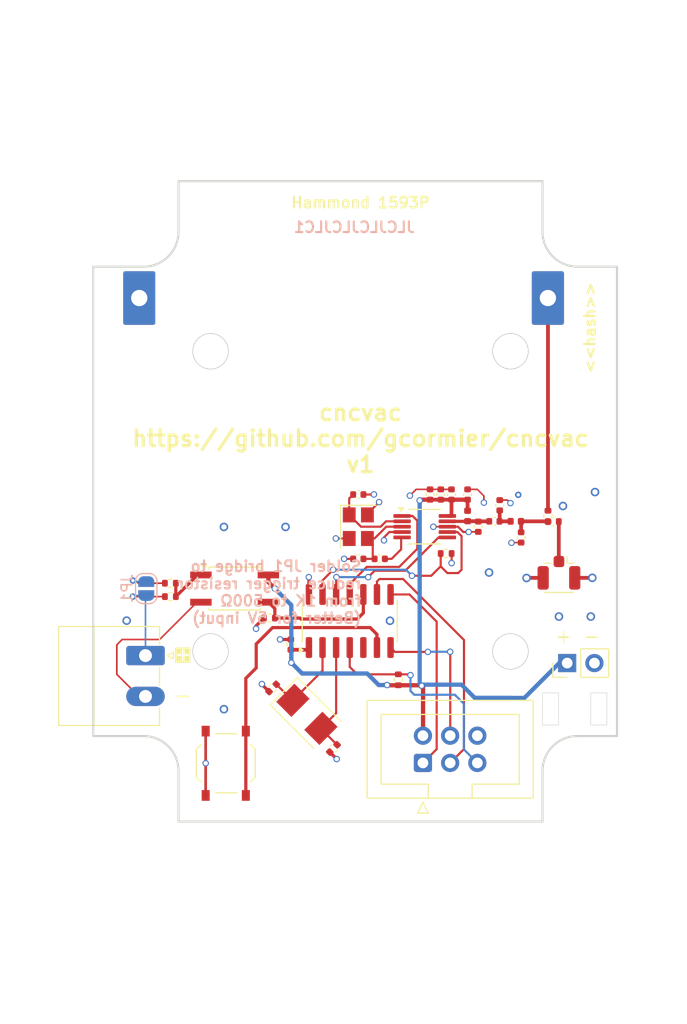
<source format=kicad_pcb>
(kicad_pcb (version 20240108) (generator "pcbnew") (generator_version "8.0")
  (layers (0 "F.Cu" signal) (1 "In1.Cu" signal) (2 "In2.Cu" signal) (31 "B.Cu" signal) (34 "B.Paste" user) (35 "F.Paste" user) (36 "B.SilkS" user "B.Silkscreen") (37 "F.SilkS" user "F.Silkscreen") (38 "B.Mask" user) (39 "F.Mask" user) (44 "Edge.Cuts" user))
  (net 0 "")
  (net 1 "VDD")
  (net 2 "Net-(C14-Pad1)")
  (net 3 "Net-(U1-XTAL1{slash}PB0)")
  (net 4 "Net-(U2-PAOUT)")
  (net 5 "/MISO")
  (net 6 "/SCK")
  (net 7 "/MOSI")
  (net 8 "/RST")
  (net 9 "/EN")
  (net 10 "/ASK")
  (net 11 "/FSK")
  (net 12 "Net-(U1-XTAL2{slash}PB1)")
  (net 13 "Net-(U2-XTLIN)")
  (net 14 "Net-(U2-XTLOUT)")
  (net 15 "Net-(U2-XTAL_MOD)")
  (net 16 "Net-(SW1-A)")
  (net 18 "GND")
  (net 19 "/TRIG+")
  (net 20 "/TRIG-")
  (net 21 "/EXT_TRIG")
  (net 22 "Net-(R4-Pad1)")
  (net 24 "Net-(AE1-Pad2)")
  (net 25 "Net-(JP1-A)")
  (net 26 "Net-(C7-Pad1)")
  (net 27 "Net-(J3-In)")
  (footprint "Connector_PinHeader_2.54mm:PinHeader_1x02_P2.54mm_Vertical" (layer "F.Cu") (at 77.820558 83.01833 90)
    (property "Reference" "BT1" (hide yes))
    (property "Value" "Battery")
    (pad "1" thru_hole rect (at 0 0 90) (size 1.7 1.7) (drill 1) (layers "*.Cu" "*.Mask") (net 1 "VDD"))
    (pad "2" thru_hole oval (at 0 2.54 90) (size 1.7 1.7) (drill 1) (layers "*.Cu" "*.Mask") (net 18 "GND"))
  )
  (footprint "Capacitor_SMD:C_0402_1005Metric" (layer "F.Cu") (at 58.319314 73.298131 180)
    (property "Reference" "C9" (hide yes))
    (property "Value" "18pF")
    (pad "1" smd roundrect (at -0.48 0 180) (size 0.56 0.62) (layers "F.Cu" "F.Paste" "F.Mask") (net 14 "Net-(U2-XTLOUT)"))
    (pad "2" smd roundrect (at 0.48 0 180) (size 0.56 0.62) (layers "F.Cu" "F.Paste" "F.Mask") (net 18 "GND"))
  )
  (footprint "Capacitor_SMD:C_0402_1005Metric" (layer "F.Cu") (at 68.519314 67.298131 90)
    (property "Reference" "C12" (hide yes))
    (property "Value" "DNP")
    (pad "1" smd roundrect (at -0.48 0 90) (size 0.56 0.62) (layers "F.Cu" "F.Paste" "F.Mask") (net 1 "VDD"))
    (pad "2" smd roundrect (at 0.48 0 90) (size 0.56 0.62) (layers "F.Cu" "F.Paste" "F.Mask") (net 18 "GND"))
  )
  (footprint "Capacitor_SMD:C_0402_1005Metric" (layer "F.Cu") (at 69.519314 70.298131 -90)
    (property "Reference" "C11" (hide yes))
    (property "Value" "DNP")
    (pad "1" smd roundrect (at -0.48 0 270) (size 0.56 0.62) (layers "F.Cu" "F.Paste" "F.Mask") (net 4 "Net-(U2-PAOUT)"))
    (pad "2" smd roundrect (at 0.48 0 270) (size 0.56 0.62) (layers "F.Cu" "F.Paste" "F.Mask") (net 18 "GND"))
  )
  (footprint "Capacitor_SMD:C_0402_1005Metric" (layer "F.Cu") (at 71.019314 69.798131 180)
    (property "Reference" "C5" (hide yes))
    (property "Value" "10pF")
    (pad "1" smd roundrect (at -0.48 0 180) (size 0.56 0.62) (layers "F.Cu" "F.Paste" "F.Mask") (net 2 "Net-(C14-Pad1)"))
    (pad "2" smd roundrect (at 0.48 0 180) (size 0.56 0.62) (layers "F.Cu" "F.Paste" "F.Mask") (net 4 "Net-(U2-PAOUT)"))
  )
  (footprint "Capacitor_SMD:C_0402_1005Metric" (layer "F.Cu") (at 66.019314 67.298131 90)
    (property "Reference" "C10" (hide yes))
    (property "Value" "0.1uF 50V")
    (pad "1" smd roundrect (at -0.48 0 90) (size 0.56 0.62) (layers "F.Cu" "F.Paste" "F.Mask") (net 1 "VDD"))
    (pad "2" smd roundrect (at 0.48 0 90) (size 0.56 0.62) (layers "F.Cu" "F.Paste" "F.Mask") (net 18 "GND"))
  )
  (footprint "Inductor_SMD:L_0402_1005Metric" (layer "F.Cu") (at 68.519314 69.298131 90)
    (property "Reference" "L1" (hide yes))
    (property "Value" "470nH")
    (pad "1" smd roundrect (at -0.485 0 90) (size 0.59 0.64) (layers "F.Cu" "F.Paste" "F.Mask") (net 4 "Net-(U2-PAOUT)"))
    (pad "2" smd roundrect (at 0.485 0 90) (size 0.59 0.64) (layers "F.Cu" "F.Paste" "F.Mask") (net 1 "VDD"))
  )
  (footprint "Inductor_SMD:L_0402_1005Metric" (layer "F.Cu") (at 73.019314 69.798131)
    (property "Reference" "L2" (hide yes))
    (property "Value" "82nH")
    (pad "1" smd roundrect (at -0.485 0) (size 0.59 0.64) (layers "F.Cu" "F.Paste" "F.Mask") (net 2 "Net-(C14-Pad1)"))
    (pad "2" smd roundrect (at 0.485 0) (size 0.59 0.64) (layers "F.Cu" "F.Paste" "F.Mask") (net 26 "Net-(C7-Pad1)"))
  )
  (footprint "Package_SO:MSOP-10_3x3mm_P0.5mm" (layer "F.Cu") (at 64.519314 70.298131)
    (property "Reference" "U2" (hide yes))
    (property "Value" "MICRF112YMM")
    (pad "1" smd roundrect (at -2.1125 -1) (size 1.625 0.35) (layers "F.Cu" "F.Paste" "F.Mask") (net 10 "/ASK"))
    (pad "2" smd roundrect (at -2.1125 -0.5) (size 1.625 0.35) (layers "F.Cu" "F.Paste" "F.Mask") (net 13 "Net-(U2-XTLIN)"))
    (pad "3" smd roundrect (at -2.1125 0) (size 1.625 0.35) (layers "F.Cu" "F.Paste" "F.Mask") (net 14 "Net-(U2-XTLOUT)"))
    (pad "4" smd roundrect (at -2.1125 0.5) (size 1.625 0.35) (layers "F.Cu" "F.Paste" "F.Mask") (net 18 "GND"))
    (pad "5" smd roundrect (at -2.1125 1) (size 1.625 0.35) (layers "F.Cu" "F.Paste" "F.Mask") (net 15 "Net-(U2-XTAL_MOD)"))
    (pad "6" smd roundrect (at 2.1125 1) (size 1.625 0.35) (layers "F.Cu" "F.Paste" "F.Mask") (net 11 "/FSK"))
    (pad "7" smd roundrect (at 2.1125 0.5) (size 1.625 0.35) (layers "F.Cu" "F.Paste" "F.Mask") (net 9 "/EN"))
    (pad "8" smd roundrect (at 2.1125 0) (size 1.625 0.35) (layers "F.Cu" "F.Paste" "F.Mask") (net 18 "GND"))
    (pad "9" smd roundrect (at 2.1125 -0.5) (size 1.625 0.35) (layers "F.Cu" "F.Paste" "F.Mask") (net 4 "Net-(U2-PAOUT)"))
    (pad "10" smd roundrect (at 2.1125 -1) (size 1.625 0.35) (layers "F.Cu" "F.Paste" "F.Mask") (net 1 "VDD"))
  )
  (footprint "Resistor_SMD:R_0402_1005Metric" (layer "F.Cu") (at 66.519314 72.798131)
    (property "Reference" "R2" (hide yes))
    (property "Value" "100k")
    (pad "1" smd roundrect (at -0.51 0) (size 0.54 0.64) (layers "F.Cu" "F.Paste" "F.Mask") (net 9 "/EN"))
    (pad "2" smd roundrect (at 0.51 0) (size 0.54 0.64) (layers "F.Cu" "F.Paste" "F.Mask") (net 18 "GND"))
  )
  (footprint "Crystal:Crystal_SMD_3225-4Pin_3.2x2.5mm" (layer "F.Cu") (at 58.319314 70.298131 -90)
    (property "Reference" "Y1" (hide yes))
    (property "Value" "13.56MHz")
    (pad "1" smd rect (at -1.1 0.85 270) (size 1.4 1.2) (layers "F.Cu" "F.Paste" "F.Mask") (net 13 "Net-(U2-XTLIN)"))
    (pad "2" smd rect (at 1.1 0.85 270) (size 1.4 1.2) (layers "F.Cu" "F.Paste" "F.Mask") (net 18 "GND"))
    (pad "3" smd rect (at 1.1 -0.85 270) (size 1.4 1.2) (layers "F.Cu" "F.Paste" "F.Mask") (net 14 "Net-(U2-XTLOUT)"))
    (pad "4" smd rect (at -1.1 -0.85 270) (size 1.4 1.2) (layers "F.Cu" "F.Paste" "F.Mask") (net 18 "GND"))
  )
  (footprint "Capacitor_SMD:C_0402_1005Metric" (layer "F.Cu") (at 73.519314 71.298131 -90)
    (property "Reference" "C7" (hide yes))
    (property "Value" "6.8pF")
    (pad "1" smd roundrect (at -0.48 0 270) (size 0.56 0.62) (layers "F.Cu" "F.Paste" "F.Mask") (net 26 "Net-(C7-Pad1)"))
    (pad "2" smd roundrect (at 0.48 0 270) (size 0.56 0.62) (layers "F.Cu" "F.Paste" "F.Mask") (net 18 "GND"))
  )
  (footprint "Button_Switch_SMD:SW_Push_1P1T_XKB_TS-1187A" (layer "F.Cu") (at 45.944314 92.364377 -90)
    (property "Reference" "SW1" (hide yes))
    (property "Value" "SW_SPST")
    (pad "1" smd rect (at -3 -1.875 270) (size 1 0.75) (layers "F.Cu" "F.Paste" "F.Mask") (net 16 "Net-(SW1-A)"))
    (pad "1" smd rect (at 3 -1.875 270) (size 1 0.75) (layers "F.Cu" "F.Paste" "F.Mask") (net 16 "Net-(SW1-A)"))
    (pad "2" smd rect (at -3 1.875 270) (size 1 0.75) (layers "F.Cu" "F.Paste" "F.Mask") (net 18 "GND"))
    (pad "2" smd rect (at 3 1.875 270) (size 1 0.75) (layers "F.Cu" "F.Paste" "F.Mask") (net 18 "GND"))
  )
  (footprint "Crystal:Crystal_SMD_5032-2Pin_5.0x3.2mm" (layer "F.Cu") (at 53.519314 87.798131 -45)
    (property "Reference" "Y2" (hide yes))
    (property "Value" "8MHz")
    (pad "1" smd rect (at -1.850001 0 315) (size 2 2.4) (layers "F.Cu" "F.Paste" "F.Mask") (net 3 "Net-(U1-XTAL1{slash}PB0)"))
    (pad "2" smd rect (at 1.850001 0 315) (size 2 2.4) (layers "F.Cu" "F.Paste" "F.Mask") (net 12 "Net-(U1-XTAL2{slash}PB1)"))
  )
  (footprint "cncvac:ANT-433-HETH" (layer "F.Cu") (at 56.944314 49.019377)
    (property "Reference" "AE1" (hide yes))
    (property "Value" "ANTENNA")
    (pad "1" thru_hole roundrect (at -19.075 -0.05) (size 3 5) (drill 1.52) (layers "*.Cu" "*.Mask") (roundrect_rratio 0.0656167979))
    (pad "2" thru_hole roundrect (at 19.075 -0.05) (size 3 5) (drill 1.52) (layers "*.Cu" "*.Mask") (roundrect_rratio 0.0656167979) (net 24 "Net-(AE1-Pad2)"))
  )
  (footprint "Connector_IDC:IDC-Header_2x03_P2.54mm_Vertical" (layer "F.Cu") (at 64.353504 92.331135 90)
    (property "Reference" "J1" (hide yes))
    (property "Value" "AVR-ISP-6")
    (pad "1" thru_hole roundrect (at 0 0 90) (size 1.7 1.7) (drill 1) (layers "*.Cu" "*.Mask") (roundrect_rratio 0.147059) (net 5 "/MISO"))
    (pad "2" thru_hole circle (at 2.54 0 90) (size 1.7 1.7) (drill 1) (layers "*.Cu" "*.Mask") (net 1 "VDD"))
    (pad "3" thru_hole circle (at 0 2.54 90) (size 1.7 1.7) (drill 1) (layers "*.Cu" "*.Mask") (net 6 "/SCK"))
    (pad "4" thru_hole circle (at 2.54 2.54 90) (size 1.7 1.7) (drill 1) (layers "*.Cu" "*.Mask") (net 7 "/MOSI"))
    (pad "5" thru_hole circle (at 0 5.08 90) (size 1.7 1.7) (drill 1) (layers "*.Cu" "*.Mask") (net 8 "/RST"))
    (pad "6" thru_hole circle (at 2.54 5.08 90) (size 1.7 1.7) (drill 1) (layers "*.Cu" "*.Mask") (net 18 "GND"))
  )
  (footprint "MountingHole:MountingHole_3.2mm_M3" (layer "F.Cu") (at 44.524648 81.933754 180)
    (property "Reference" "H3" (hide yes))
    (property "Value" "MountingHole")
    (pad "" np_thru_hole circle (at 0 0 180) (size 3.2 3.2) (drill 3.2) (layers "*.Cu" "*.Mask"))
  )
  (footprint "Resistor_SMD:R_0402_1005Metric" (layer "F.Cu") (at 40.774648 75.569377 180)
    (property "Reference" "R5" (hide yes))
    (property "Value" "1k")
    (pad "1" smd roundrect (at -0.51 0 180) (size 0.54 0.64) (layers "F.Cu" "F.Paste" "F.Mask") (net 22 "Net-(R4-Pad1)"))
    (pad "2" smd roundrect (at 0.51 0 180) (size 0.54 0.64) (layers "F.Cu" "F.Paste" "F.Mask") (net 25 "Net-(JP1-A)"))
  )
  (footprint "MountingHole:MountingHole_3.2mm_M3" (layer "F.Cu") (at 72.524648 53.933754 180)
    (property "Reference" "H1" (hide yes))
    (property "Value" "MountingHole")
    (pad "" np_thru_hole circle (at 0 0 180) (size 3.2 3.2) (drill 3.2) (layers "*.Cu" "*.Mask"))
  )
  (footprint "Resistor_SMD:R_0402_1005Metric" (layer "F.Cu") (at 50.019314 78.819377 180)
    (property "Reference" "R3" (hide yes))
    (property "Value" "100k")
    (pad "1" smd roundrect (at -0.51 0 180) (size 0.54 0.64) (layers "F.Cu" "F.Paste" "F.Mask") (net 21 "/EXT_TRIG"))
    (pad "2" smd roundrect (at 0.51 0 180) (size 0.54 0.64) (layers "F.Cu" "F.Paste" "F.Mask") (net 18 "GND"))
  )
  (footprint "Capacitor_SMD:C_0402_1005Metric" (layer "F.Cu") (at 65.019314 67.298131 90)
    (property "Reference" "C1" (hide yes))
    (property "Value" "10uF 6.3V")
    (pad "1" smd roundrect (at -0.48 0 90) (size 0.56 0.62) (layers "F.Cu" "F.Paste" "F.Mask") (net 1 "VDD"))
    (pad "2" smd roundrect (at 0.48 0 90) (size 0.56 0.62) (layers "F.Cu" "F.Paste" "F.Mask") (net 18 "GND"))
  )
  (footprint "Connector_Phoenix_MC:PhoenixContact_MC_1,5_2-G-3.81_1x02_P3.81mm_Horizontal" (layer "F.Cu") (at 38.451814 82.319377 -90)
    (property "Reference" "J2" (hide yes))
    (property "Value" "TRIG")
    (pad "1" thru_hole roundrect (at 0 0 270) (size 1.8 3.6) (drill 1.2) (layers "*.Cu" "*.Mask") (roundrect_rratio 0.138889) (net 19 "/TRIG+"))
    (pad "2" thru_hole oval (at 3.81 0 270) (size 1.8 3.6) (drill 1.2) (layers "*.Cu" "*.Mask") (net 20 "/TRIG-"))
  )
  (footprint "Package_SO:SO-4_4.4x3.6mm_P2.54mm" (layer "F.Cu") (at 46.774648 76.069377)
    (property "Reference" "U3" (hide yes))
    (property "Value" "LTV-357T")
    (pad "1" smd rect (at -3.15 -1.27) (size 2 0.64) (layers "F.Cu" "F.Paste" "F.Mask") (net 22 "Net-(R4-Pad1)"))
    (pad "2" smd rect (at -3.15 1.27) (size 2 0.64) (layers "F.Cu" "F.Paste" "F.Mask") (net 20 "/TRIG-"))
    (pad "3" smd rect (at 3.15 1.27) (size 2 0.64) (layers "F.Cu" "F.Paste" "F.Mask") (net 21 "/EXT_TRIG"))
    (pad "4" smd rect (at 3.15 -1.27) (size 2 0.64) (layers "F.Cu" "F.Paste" "F.Mask") (net 1 "VDD"))
  )
  (footprint "Capacitor_SMD:C_0402_1005Metric" (layer "F.Cu") (at 55.994188 90.980111 -135)
    (property "Reference" "C6" (hide yes))
    (property "Value" "22pF")
    (pad "1" smd roundrect (at -0.48 0 225) (size 0.56 0.62) (layers "F.Cu" "F.Paste" "F.Mask") (net 12 "Net-(U1-XTAL2{slash}PB1)"))
    (pad "2" smd roundrect (at 0.48 0 225) (size 0.56 0.62) (layers "F.Cu" "F.Paste" "F.Mask") (net 18 "GND"))
  )
  (footprint "Capacitor_SMD:C_0402_1005Metric" (layer "F.Cu") (at 58.319314 67.298131)
    (property "Reference" "C8" (hide yes))
    (property "Value" "18pF")
    (pad "1" smd roundrect (at -0.48 0) (size 0.56 0.62) (layers "F.Cu" "F.Paste" "F.Mask") (net 13 "Net-(U2-XTLIN)"))
    (pad "2" smd roundrect (at 0.48 0) (size 0.56 0.62) (layers "F.Cu" "F.Paste" "F.Mask") (net 18 "GND"))
  )
  (footprint "Resistor_SMD:R_0402_1005Metric" (layer "F.Cu") (at 76.524648 69.819377)
    (property "Reference" "R7" (hide yes))
    (property "Value" "0")
    (pad "1" smd roundrect (at -0.51 0) (size 0.54 0.64) (layers "F.Cu" "F.Paste" "F.Mask") (net 26 "Net-(C7-Pad1)"))
    (pad "2" smd roundrect (at 0.51 0) (size 0.54 0.64) (layers "F.Cu" "F.Paste" "F.Mask") (net 27 "Net-(J3-In)"))
  )
  (footprint "Resistor_SMD:R_0402_1005Metric" (layer "F.Cu") (at 62.051013 84.579648 -90)
    (property "Reference" "R1" (hide yes))
    (property "Value" "100k")
    (pad "1" smd roundrect (at -0.51 0 270) (size 0.54 0.64) (layers "F.Cu" "F.Paste" "F.Mask") (net 8 "/RST"))
    (pad "2" smd roundrect (at 0.51 0 270) (size 0.54 0.64) (layers "F.Cu" "F.Paste" "F.Mask") (net 1 "VDD"))
  )
  (footprint "Capacitor_SMD:C_0402_1005Metric" (layer "F.Cu") (at 60.319314 73.298131)
    (property "Reference" "C13" (hide yes))
    (property "Value" "10pF")
    (pad "1" smd roundrect (at -0.48 0) (size 0.56 0.62) (layers "F.Cu" "F.Paste" "F.Mask") (net 14 "Net-(U2-XTLOUT)"))
    (pad "2" smd roundrect (at 0.48 0) (size 0.56 0.62) (layers "F.Cu" "F.Paste" "F.Mask") (net 15 "Net-(U2-XTAL_MOD)"))
  )
  (footprint "Package_SO:SOIC-14_3.9x8.7mm_P1.27mm" (layer "F.Cu") (at 57.519314 79.094377 90)
    (property "Reference" "U1" (hide yes))
    (property "Value" "ATtiny841-SS")
    (pad "1" smd roundrect (at -2.475 -3.81 90) (size 1.95 0.6) (layers "F.Cu" "F.Paste" "F.Mask") (net 1 "VDD"))
    (pad "2" smd roundrect (at -2.475 -2.54 90) (size 1.95 0.6) (layers "F.Cu" "F.Paste" "F.Mask") (net 3 "Net-(U1-XTAL1{slash}PB0)"))
    (pad "3" smd roundrect (at -2.475 -1.27 90) (size 1.95 0.6) (layers "F.Cu" "F.Paste" "F.Mask") (net 12 "Net-(U1-XTAL2{slash}PB1)"))
    (pad "4" smd roundrect (at -2.475 0 90) (size 1.95 0.6) (layers "F.Cu" "F.Paste" "F.Mask") (net 8 "/RST"))
    (pad "5" smd roundrect (at -2.475 1.27 90) (size 1.95 0.6) (layers "F.Cu" "F.Paste" "F.Mask"))
    (pad "6" smd roundrect (at -2.475 2.54 90) (size 1.95 0.6) (layers "F.Cu" "F.Paste" "F.Mask") (net 16 "Net-(SW1-A)"))
    (pad "7" smd roundrect (at -2.475 3.81 90) (size 1.95 0.6) (layers "F.Cu" "F.Paste" "F.Mask") (net 7 "/MOSI"))
    (pad "8" smd roundrect (at 2.475 3.81 90) (size 1.95 0.6) (layers "F.Cu" "F.Paste" "F.Mask") (net 5 "/MISO"))
    (pad "9" smd roundrect (at 2.475 2.54 90) (size 1.95 0.6) (layers "F.Cu" "F.Paste" "F.Mask") (net 6 "/SCK"))
    (pad "10" smd roundrect (at 2.475 1.27 90) (size 1.95 0.6) (layers "F.Cu" "F.Paste" "F.Mask") (net 21 "/EXT_TRIG"))
    (pad "11" smd roundrect (at 2.475 0 90) (size 1.95 0.6) (layers "F.Cu" "F.Paste" "F.Mask") (net 10 "/ASK"))
    (pad "12" smd roundrect (at 2.475 -1.27 90) (size 1.95 0.6) (layers "F.Cu" "F.Paste" "F.Mask") (net 11 "/FSK"))
    (pad "13" smd roundrect (at 2.475 -2.54 90) (size 1.95 0.6) (layers "F.Cu" "F.Paste" "F.Mask") (net 9 "/EN"))
    (pad "14" smd roundrect (at 2.475 -3.81 90) (size 1.95 0.6) (layers "F.Cu" "F.Paste" "F.Mask") (net 18 "GND"))
  )
  (footprint "Capacitor_SMD:C_0402_1005Metric" (layer "F.Cu") (at 67.019314 67.298131 90)
    (property "Reference" "C2" (hide yes))
    (property "Value" "100pF 50V")
    (pad "1" smd roundrect (at -0.48 0 90) (size 0.56 0.62) (layers "F.Cu" "F.Paste" "F.Mask") (net 1 "VDD"))
    (pad "2" smd roundrect (at 0.48 0 90) (size 0.56 0.62) (layers "F.Cu" "F.Paste" "F.Mask") (net 18 "GND"))
  )
  (footprint "Connector_Coaxial:U.FL_Hirose_U.FL-R-SMT-1_Vertical" (layer "F.Cu") (at 77.049648 74.594377 -90)
    (property "Reference" "J3" (hide yes))
    (property "Value" "U.FL")
    (pad "1" smd roundrect (at -1.05 0 270) (size 1.05 1) (layers "F.Cu" "F.Paste" "F.Mask") (net 27 "Net-(J3-In)"))
    (pad "2" smd roundrect (at 0.475 -1.475 270) (size 2.2 1.05) (layers "F.Cu" "F.Paste" "F.Mask") (roundrect_rratio 0.2380952381) (net 18 "GND"))
    (pad "2" smd roundrect (at 0.475 1.475 270) (size 2.2 1.05) (layers "F.Cu" "F.Paste" "F.Mask") (roundrect_rratio 0.2380952381) (net 18 "GND"))
  )
  (footprint "Resistor_SMD:R_0402_1005Metric" (layer "F.Cu") (at 76.024648 69.319377 -90)
    (property "Reference" "R6" (hide yes))
    (property "Value" "0")
    (pad "1" smd roundrect (at -0.51 0 270) (size 0.54 0.64) (layers "F.Cu" "F.Paste" "F.Mask") (net 24 "Net-(AE1-Pad2)"))
    (pad "2" smd roundrect (at 0.51 0 270) (size 0.54 0.64) (layers "F.Cu" "F.Paste" "F.Mask") (net 26 "Net-(C7-Pad1)"))
  )
  (footprint "Capacitor_SMD:C_0402_1005Metric" (layer "F.Cu") (at 71.519314 68.298131 90)
    (property "Reference" "C14" (hide yes))
    (property "Value" "DNP")
    (pad "1" smd roundrect (at -0.48 0 90) (size 0.56 0.62) (layers "F.Cu" "F.Paste" "F.Mask") (net 2 "Net-(C14-Pad1)"))
    (pad "2" smd roundrect (at 0.48 0 90) (size 0.56 0.62) (layers "F.Cu" "F.Paste" "F.Mask") (net 18 "GND"))
  )
  (footprint "Capacitor_SMD:C_0402_1005Metric" (layer "F.Cu") (at 50.323192 85.337399 45)
    (property "Reference" "C4" (hide yes))
    (property "Value" "22pF")
    (pad "1" smd roundrect (at -0.48 0 45) (size 0.56 0.62) (layers "F.Cu" "F.Paste" "F.Mask") (net 18 "GND"))
    (pad "2" smd roundrect (at 0.48 0 45) (size 0.56 0.62) (layers "F.Cu" "F.Paste" "F.Mask") (net 3 "Net-(U1-XTAL1{slash}PB0)"))
  )
  (footprint "Capacitor_SMD:C_0402_1005Metric" (layer "F.Cu") (at 52.019314 81.298131 -90)
    (property "Reference" "C3" (hide yes))
    (property "Value" "0.1uF")
    (pad "1" smd roundrect (at -0.48 0 270) (size 0.56 0.62) (layers "F.Cu" "F.Paste" "F.Mask") (net 18 "GND"))
    (pad "2" smd roundrect (at 0.48 0 270) (size 0.56 0.62) (layers "F.Cu" "F.Paste" "F.Mask") (net 1 "VDD"))
  )
  (footprint "Resistor_SMD:R_0402_1005Metric" (layer "F.Cu") (at 40.774648 76.819377 180)
    (property "Reference" "R4" (hide yes))
    (property "Value" "1k")
    (pad "1" smd roundrect (at -0.51 0 180) (size 0.54 0.64) (layers "F.Cu" "F.Paste" "F.Mask") (net 22 "Net-(R4-Pad1)"))
    (pad "2" smd roundrect (at 0.51 0 180) (size 0.54 0.64) (layers "F.Cu" "F.Paste" "F.Mask") (net 19 "/TRIG+"))
  )
  (footprint "MountingHole:MountingHole_3.2mm_M3" (layer "F.Cu") (at 44.524648 53.933754 180)
    (property "Reference" "H4" (hide yes))
    (property "Value" "MountingHole")
    (pad "" np_thru_hole circle (at 0 0 180) (size 3.2 3.2) (drill 3.2) (layers "*.Cu" "*.Mask"))
  )
  (footprint "MountingHole:MountingHole_3.2mm_M3" (layer "F.Cu") (at 72.524648 81.933754 180)
    (property "Reference" "H2" (hide yes))
    (property "Value" "MountingHole")
    (pad "" np_thru_hole circle (at 0 0 180) (size 3.2 3.2) (drill 3.2) (layers "*.Cu" "*.Mask"))
  )
  (footprint "Jumper:SolderJumper-2_P1.3mm_Open_RoundedPad1.0x1.5mm" (layer "B.Cu") (at 38.524648 76.069377 -90)
    (property "Reference" "JP1" (at 0 1.8 90) (layer "B.SilkS") (effects (justify mirror)))
    (property "Value" "5V")
    (pad "1" smd custom (at -0.65 0 270) (size 1 0.5) (layers "B.Cu" "B.Mask") (net 25 "Net-(JP1-A)") (options (clearance outline) (anchor rect)) (primitives (gr_circle (center 0 -0.25) (end 0.5 -0.25) (width 0) (fill yes)) (gr_circle (center 0 0.25) (end 0.5 0.25) (width 0) (fill yes)) (gr_poly (pts (xy 0.5 -0.75) (xy 0 -0.75) (xy 0 0.75) (xy 0.5 0.75)) (width 0) (fill yes))))
    (pad "2" smd custom (at 0.65 0 270) (size 1 0.5) (layers "B.Cu" "B.Mask") (net 19 "/TRIG+") (options (clearance outline) (anchor rect)) (primitives (gr_circle (center 0 -0.25) (end 0.5 -0.25) (width 0) (fill yes)) (gr_circle (center 0 0.25) (end 0.5 0.25) (width 0) (fill yes)) (gr_poly (pts (xy 0 -0.75) (xy -0.5 -0.75) (xy -0.5 0.75) (xy 0 0.75)) (width 0) (fill yes))))
  )
  (gr_circle (center 72.524648 81.933754) (end 72.524648 83.533754) (stroke (width 0.2)) (fill none) (layer "Edge.Cuts"))
  (gr_line (start 75.513919 38.069377) (end 75.513919 42.783754) (stroke (width 0.2)) (layer "Edge.Cuts"))
  (gr_line (start 75.513919 97.798131) (end 41.535377 97.798131) (stroke (width 0.2)) (layer "Edge.Cuts"))
  (gr_line (start 82.469314 89.823025) (end 78.774648 89.823025) (stroke (width 0.2)) (layer "Edge.Cuts"))
  (gr_line (start 78.774648 46.044483) (end 82.469314 46.044483) (stroke (width 0.2)) (layer "Edge.Cuts"))
  (gr_circle (center 72.524648 53.933754) (end 72.524648 55.533754) (stroke (width 0.2)) (fill none) (layer "Edge.Cuts"))
  (gr_line (start 33.574648 89.823025) (end 33.574648 46.044483) (stroke (width 0.2)) (layer "Edge.Cuts"))
  (gr_line (start 82.469314 46.044483) (end 82.469314 89.823025) (stroke (width 0.2)) (layer "Edge.Cuts"))
  (gr_arc (start 38.274648 89.823025) (mid 40.580311 90.778095) (end 41.535377 93.083754) (stroke (width 0.2)) (layer "Edge.Cuts"))
  (gr_line (start 38.274648 89.823025) (end 33.574648 89.823025) (stroke (width 0.2)) (layer "Edge.Cuts"))
  (gr_rect (start 80.019314 85.798131) (end 81.519314 88.798131) (stroke (width 0.05)) (fill none) (layer "Edge.Cuts"))
  (gr_line (start 41.535377 38.069377) (end 75.513919 38.069377) (stroke (width 0.2)) (layer "Edge.Cuts"))
  (gr_line (start 41.535377 97.798131) (end 41.535377 93.083754) (stroke (width 0.2)) (layer "Edge.Cuts"))
  (gr_arc (start 75.513919 93.083754) (mid 76.468953 90.778061) (end 78.774648 89.823025) (stroke (width 0.2)) (layer "Edge.Cuts"))
  (gr_arc (start 78.774648 46.044483) (mid 76.468973 45.089433) (end 75.513919 42.783754) (stroke (width 0.2)) (layer "Edge.Cuts"))
  (gr_circle (center 44.524648 81.933754) (end 44.524648 83.533754) (stroke (width 0.2)) (fill none) (layer "Edge.Cuts"))
  (gr_line (start 75.513919 93.083754) (end 75.513919 97.798131) (stroke (width 0.2)) (layer "Edge.Cuts"))
  (gr_line (start 41.535377 42.783754) (end 41.535377 38.069377) (stroke (width 0.2)) (layer "Edge.Cuts"))
  (gr_line (start 33.574648 46.044483) (end 38.274648 46.044483) (stroke (width 0.2)) (layer "Edge.Cuts"))
  (gr_rect (start 75.519314 85.798131) (end 77.019314 88.798131) (stroke (width 0.05)) (fill none) (layer "Edge.Cuts"))
  (gr_circle (center 44.524648 53.933754) (end 44.524648 55.533754) (stroke (width 0.2)) (fill none) (layer "Edge.Cuts"))
  (gr_arc (start 41.535377 42.783754) (mid 40.580331 45.089433) (end 38.274648 46.044483) (stroke (width 0.2)) (layer "Edge.Cuts"))
  (gr_text "Solder JP1 bridge to\nreduce trigger resistor\nfrom 1K to 500Ω\n(Better for 5V input)" (at 58.718219 79.408985 0) (layer "B.SilkS") (effects (font (size 1 1) (thickness 0.2) (bold yes)) (justify left bottom mirror)))
  (gr_text "JLCJLCJLCJLC1" (at 57.944314 42.364377 -0) (layer "B.SilkS") (effects (font (size 1 1) (thickness 0.2)) (justify mirror)))
  (gr_text "-" (at 41.024648 86.791343 0) (layer "F.SilkS") (effects (font (size 1.3 1.3)) (justify left bottom)))
  (gr_text "Hammond 1593P" (at 58.524648 40.069377 0) (layer "F.SilkS") (effects (font (size 1 1) (thickness 0.2))))
  (gr_text "+ -" (at 76.580715 81.271233 0) (layer "F.SilkS") (effects (font (size 1.3 1.3)) (justify left bottom)))
  (gr_text "cncvac\nhttps://github.com/gcormier/cncvac\nv1" (at 58.524648 62.069377 0) (layer "F.SilkS") (effects (font (size 1.5 1.5) (thickness 0.3))))
  (gr_text "+" (at 41.024648 82.936809 0) (layer "F.SilkS" knockout) (effects (font (size 1.3 1.3)) (justify left bottom)))
  (gr_text "<<hash>>" (at 79.944314 47.364377 90) (layer "F.SilkS") (effects (font (size 1 1) (thickness 0.2)) (justify right)))
  (segment (start 52.06712 82.985581) (end 52.06712 81.825937) (width 0.4) (layer "F.Cu") (net 1))
  (segment (start 68.519314 68.813131) (end 68.519314 67.778131) (width 0.3493) (layer "F.Cu") (net 1))
  (segment (start 64.188638 85.089648) (end 62.051013 85.089648) (width 0.4) (layer "F.Cu") (net 1))
  (segment (start 64.364314 85.265324) (end 64.364314 89.780325) (width 0.4) (layer "F.Cu") (net 1))
  (segment (start 52.06712 81.825937) (end 52.019314 81.778131) (width 0.4) (layer "F.Cu") (net 1))
  (segment (start 67.019314 69.298131) (end 66.719314 69.298131) (width 0.3493) (layer "F.Cu") (net 1))
  (segment (start 65.019314 67.778131) (end 64.047792 67.778131) (width 0.4) (layer "F.Cu") (net 1))
  (segment (start 65.019314 67.778131) (end 67.019314 67.778131) (width 0.3493) (layer "F.Cu") (net 1))
  (segment (start 64.235838 85.136848) (end 64.364314 85.265324) (width 0.4) (layer "F.Cu") (net 1))
  (segment (start 67.019314 67.778131) (end 67.019314 69.298131) (width 0.3493) (layer "F.Cu") (net 1))
  (segment (start 64.364314 89.780325) (end 64.353504 89.791135) (width 0.4) (layer "F.Cu") (net 1))
  (segment (start 61.030996 85.089648) (end 61.008799 85.067451) (width 0.4) (layer "F.Cu") (net 1))
  (segment (start 52.019314 81.778131) (end 53.50056 81.778131) (width 0.3493) (layer "F.Cu") (net 1))
  (segment (start 64.047792 67.778131) (end 64.047792 67.850335) (width 0.4) (layer "F.Cu") (net 1))
  (segment (start 62.051013 85.089648) (end 61.030996 85.089648) (width 0.4) (layer "F.Cu") (net 1))
  (segment (start 67.019314 67.778131) (end 68.519314 67.778131) (width 0.4) (layer "F.Cu") (net 1))
  (segment (start 64.235838 85.136848) (end 64.188638 85.089648) (width 0.4) (layer "F.Cu") (net 1))
  (segment (start 50.524648 76.069377) (end 49.924648 75.469377) (width 0.4) (layer "F.Cu") (net 1))
  (segment (start 53.50056 81.778131) (end 53.709314 81.569377) (width 0.3493) (layer "F.Cu") (net 1))
  (segment (start 49.924648 75.469377) (end 49.924648 74.799377) (width 0.4) (layer "F.Cu") (net 1))
  (via (at 52.06712 82.985581) (size 0.6) (drill 0.4) (layers "F.Cu" "B.Cu") (net 1))
  (via (at 61.008799 85.067451) (size 0.6) (drill 0.4) (layers "F.Cu" "B.Cu") (net 1))
  (via (at 64.235838 85.136848) (size 0.6) (drill 0.4) (layers "F.Cu" "B.Cu") (net 1))
  (via (at 64.047792 67.850335) (size 0.6) (drill 0.4) (layers "F.Cu" "B.Cu") (net 1))
  (via (at 50.524648 76.069377) (size 0.6) (drill 0.4) (layers "F.Cu" "B.Cu") (net 1))
  (segment (start 59.145066 83.99236) (end 53.073899 83.99236) (width 0.4) (layer "B.Cu") (net 1))
  (segment (start 64.047792 84.948802) (end 64.047792 67.850335) (width 0.4) (layer "B.Cu") (net 1))
  (segment (start 64.339987 85.032699) (end 64.235838 85.136848) (width 0.4) (layer "B.Cu") (net 1))
  (segment (start 77.07696 83.01833) (end 73.824494 86.270796) (width 0.4) (layer "B.Cu") (net 1))
  (segment (start 72.514851 86.270796) (end 72.505658 86.261603) (width 0.4) (layer "B.Cu") (net 1))
  (segment (start 73.824494 86.270796) (end 72.514851 86.270796) (width 0.4) (layer "B.Cu") (net 1))
  (segment (start 52.06712 77.611849) (end 52.06712 82.985581) (width 0.4) (layer "B.Cu") (net 1))
  (segment (start 60.220157 85.067451) (end 59.145066 83.99236) (width 0.4) (layer "B.Cu") (net 1))
  (segment (start 67.954384 85.032699) (end 64.339987 85.032699) (width 0.4) (layer "B.Cu") (net 1))
  (segment (start 72.505658 86.261603) (end 69.183288 86.261603) (width 0.4) (layer "B.Cu") (net 1))
  (segment (start 64.235838 85.136848) (end 64.047792 84.948802) (width 0.4) (layer "B.Cu") (net 1))
  (segment (start 53.073899 83.99236) (end 52.06712 82.985581) (width 0.4) (layer "B.Cu") (net 1))
  (segment (start 61.008799 85.067451) (end 60.220157 85.067451) (width 0.4) (layer "B.Cu") (net 1))
  (segment (start 77.820558 83.01833) (end 77.07696 83.01833) (width 0.4) (layer "B.Cu") (net 1))
  (segment (start 69.183288 86.261603) (end 67.954384 85.032699) (width 0.4) (layer "B.Cu") (net 1))
  (segment (start 50.524648 76.069377) (end 52.06712 77.611849) (width 0.4) (layer "B.Cu") (net 1))
  (segment (start 71.499314 69.798131) (end 72.534314 69.798131) (width 0.3493) (layer "F.Cu") (net 2))
  (segment (start 71.519314 69.798131) (end 71.499314 69.798131) (width 0.3493) (layer "F.Cu") (net 2))
  (segment (start 71.519314 68.778131) (end 71.519314 69.798131) (width 0.3493) (layer "F.Cu") (net 2))
  (segment (start 54.979314 83.721835) (end 54.979314 81.569377) (width 0.2) (layer "F.Cu") (net 3))
  (segment (start 52.154598 86.489983) (end 52.211166 86.489983) (width 0.2) (layer "F.Cu") (net 3))
  (segment (start 50.662603 84.997988) (end 52.154598 86.489983) (width 0.2) (layer "F.Cu") (net 3))
  (segment (start 52.211166 86.489983) (end 54.979314 83.721835) (width 0.2) (layer "F.Cu") (net 3))
  (segment (start 68.519314 69.798131) (end 68.519314 69.783131) (width 0.3) (layer "F.Cu") (net 4))
  (segment (start 69.519314 69.783131) (end 69.519314 69.818131) (width 0.3493) (layer "F.Cu") (net 4))
  (segment (start 68.519314 69.783131) (end 69.519314 69.783131) (width 0.3493) (layer "F.Cu") (net 4))
  (segment (start 69.519314 69.798131) (end 69.519314 69.818131) (width 0.3493) (layer "F.Cu") (net 4))
  (segment (start 66.719314 69.798131) (end 68.519314 69.798131) (width 0.3) (layer "F.Cu") (net 4))
  (segment (start 70.539314 69.798131) (end 69.519314 69.798131) (width 0.3493) (layer "F.Cu") (net 4))
  (segment (start 65.634092 91.050547) (end 64.353504 92.331135) (width 0.2) (layer "F.Cu") (net 5))
  (segment (start 63.098347 76.619377) (end 65.634092 79.155122) (width 0.2) (layer "F.Cu") (net 5))
  (segment (start 61.329314 76.619377) (end 63.098347 76.619377) (width 0.2) (layer "F.Cu") (net 5))
  (segment (start 65.634092 79.155122) (end 65.634092 91.050547) (width 0.2) (layer "F.Cu") (net 5))
  (segment (start 60.059314 75.412196) (end 60.291159 75.180351) (width 0.2) (layer "F.Cu") (net 6))
  (segment (start 68.184599 80.866165) (end 68.184599 91.04004) (width 0.2) (layer "F.Cu") (net 6))
  (segment (start 60.059314 76.619377) (end 60.059314 75.412196) (width 0.2) (layer "F.Cu") (net 6))
  (segment (start 60.291159 75.180351) (end 62.498785 75.180351) (width 0.2) (layer "F.Cu") (net 6))
  (segment (start 62.498785 75.180351) (end 68.184599 80.866165) (width 0.2) (layer "F.Cu") (net 6))
  (segment (start 68.184599 91.04004) (end 66.893504 92.331135) (width 0.2) (layer "F.Cu") (net 6))
  (segment (start 61.736668 81.976731) (end 61.329314 81.569377) (width 0.2) (layer "F.Cu") (net 7))
  (segment (start 64.811889 81.976731) (end 61.736668 81.976731) (width 0.2) (layer "F.Cu") (net 7))
  (segment (start 66.904314 81.971699) (end 66.892566 81.959951) (width 0.2) (layer "F.Cu") (net 7))
  (segment (start 66.893504 89.791135) (end 66.904314 89.780325) (width 0.2) (layer "F.Cu") (net 7))
  (segment (start 66.904314 89.780325) (end 66.904314 81.971699) (width 0.2) (layer "F.Cu") (net 7))
  (via (at 64.811889 81.976731) (size 0.6) (drill 0.4) (layers "F.Cu" "B.Cu") (net 7))
  (via (at 66.892566 81.959951) (size 0.6) (drill 0.4) (layers "F.Cu" "B.Cu") (net 7))
  (segment (start 64.828669 81.959951) (end 64.811889 81.976731) (width 0.2) (layer "B.Cu") (net 7))
  (segment (start 66.892566 81.959951) (end 64.828669 81.959951) (width 0.2) (layer "B.Cu") (net 7))
  (segment (start 63.190154 84.146277) (end 63.113525 84.069648) (width 0.2) (layer "F.Cu") (net 8))
  (segment (start 57.519314 83.373388) (end 57.519314 81.569377) (width 0.2) (layer "F.Cu") (net 8))
  (segment (start 62.051013 84.069648) (end 58.215574 84.069648) (width 0.2) (layer "F.Cu") (net 8))
  (segment (start 63.113525 84.069648) (end 62.051013 84.069648) (width 0.2) (layer "F.Cu") (net 8))
  (segment (start 58.215574 84.069648) (end 57.519314 83.373388) (width 0.2) (layer "F.Cu") (net 8))
  (via (at 63.190154 84.146277) (size 0.6) (drill 0.4) (layers "F.Cu" "B.Cu") (net 8))
  (segment (start 63.542527 85.973552) (end 67.334728 85.973552) (width 0.2) (layer "B.Cu") (net 8))
  (segment (start 63.190154 85.621179) (end 63.542527 85.973552) (width 0.2) (layer "B.Cu") (net 8))
  (segment (start 68.16782 86.806644) (end 68.16782 91.065451) (width 0.2) (layer "B.Cu") (net 8))
  (segment (start 68.16782 91.065451) (end 69.433504 92.331135) (width 0.2) (layer "B.Cu") (net 8))
  (segment (start 67.334728 85.973552) (end 68.16782 86.806644) (width 0.2) (layer "B.Cu") (net 8))
  (segment (start 63.190154 84.146277) (end 63.190154 85.621179) (width 0.2) (layer "B.Cu") (net 8))
  (segment (start 63.328519 74.876321) (end 65.125806 74.876321) (width 0.2) (layer "F.Cu") (net 9))
  (segment (start 54.979314 75.307863) (end 55.974447 74.31273) (width 0.2) (layer "F.Cu") (net 9))
  (segment (start 66.009314 73.992813) (end 66.009314 72.798131) (width 0.2) (layer "F.Cu") (net 9))
  (segment (start 66.009314 73.992813) (end 66.009314 73.999829) (width 0.2) (layer "F.Cu") (net 9))
  (segment (start 67.574176 70.798131) (end 66.719314 70.798131) (width 0.2) (layer "F.Cu") (net 9))
  (segment (start 67.959703 71.183658) (end 67.574176 70.798131) (width 0.2) (layer "F.Cu") (net 9))
  (segment (start 67.639025 74.622762) (end 67.959703 74.302084) (width 0.2) (layer "F.Cu") (net 9))
  (segment (start 67.959703 74.302084) (end 67.959703 71.183658) (width 0.2) (layer "F.Cu") (net 9))
  (segment (start 54.979314 76.619377) (end 54.979314 75.307863) (width 0.2) (layer "F.Cu") (net 9))
  (segment (start 66.632247 74.622762) (end 67.639025 74.622762) (width 0.2) (layer "F.Cu") (net 9))
  (segment (start 66.009314 73.999829) (end 66.632247 74.622762) (width 0.2) (layer "F.Cu") (net 9))
  (segment (start 65.125806 74.876321) (end 66.009314 73.992813) (width 0.2) (layer "F.Cu") (net 9))
  (via (at 63.328519 74.876321) (size 0.6) (drill 0.4) (layers "F.Cu" "B.Cu") (net 9))
  (via (at 55.974447 74.31273) (size 0.6) (drill 0.4) (layers "F.Cu" "B.Cu") (net 9))
  (segment (start 55.974447 74.31273) (end 62.764928 74.31273) (width 0.2) (layer "B.Cu") (net 9))
  (segment (start 62.764928 74.31273) (end 63.328519 74.876321) (width 0.2) (layer "B.Cu") (net 9))
  (segment (start 63.197197 69.298131) (end 62.319314 69.298131) (width 0.2) (layer "F.Cu") (net 10))
  (segment (start 57.519314 75.644378) (end 59.115167 74.048525) (width 0.2) (layer "F.Cu") (net 10))
  (segment (start 59.115167 74.048525) (end 62.136226 74.048525) (width 0.2) (layer "F.Cu") (net 10))
  (segment (start 63.828047 69.738374) (end 63.387804 69.298131) (width 0.2) (layer "F.Cu") (net 10))
  (segment (start 63.828047 72.356704) (end 63.828047 69.738374) (width 0.2) (layer "F.Cu") (net 10))
  (segment (start 57.519314 76.619377) (end 57.519314 75.644378) (width 0.2) (layer "F.Cu") (net 10))
  (segment (start 62.136226 74.048525) (end 63.828047 72.356704) (width 0.2) (layer "F.Cu") (net 10))
  (segment (start 63.387804 69.298131) (end 62.406814 69.298131) (width 0.2) (layer "F.Cu") (net 10))
  (segment (start 62.707644 74.400925) (end 65.810438 71.298131) (width 0.2) (layer "F.Cu") (net 11))
  (segment (start 59.241742 75.003101) (end 59.843918 74.400925) (width 0.2) (layer "F.Cu") (net 11))
  (segment (start 56.249314 75.027395) (end 56.273608 75.003101) (width 0.2) (layer "F.Cu") (net 11))
  (segment (start 56.249314 76.619377) (end 56.249314 75.027395) (width 0.2) (layer "F.Cu") (net 11))
  (segment (start 65.810438 71.298131) (end 66.719314 71.298131) (width 0.2) (layer "F.Cu") (net 11))
  (segment (start 59.843918 74.400925) (end 62.707644 74.400925) (width 0.2) (layer "F.Cu") (net 11))
  (via (at 59.241742 75.003101) (size 0.6) (drill 0.4) (layers "F.Cu" "B.Cu") (net 11))
  (via (at 56.273608 75.003101) (size 0.6) (drill 0.4) (layers "F.Cu" "B.Cu") (net 11))
  (segment (start 59.241742 75.003101) (end 56.273608 75.003101) (width 0.2) (layer "B.Cu") (net 11))
  (segment (start 54.827462 89.106279) (end 56.249314 87.684427) (width 0.2) (layer "F.Cu") (net 12))
  (segment (start 56.249314 87.684427) (end 56.249314 81.569377) (width 0.2) (layer "F.Cu") (net 12))
  (segment (start 54.827462 89.134563) (end 54.827462 89.106279) (width 0.2) (layer "F.Cu") (net 12))
  (segment (start 56.333599 90.6407) (end 54.827462 89.134563) (width 0.2) (layer "F.Cu") (net 12))
  (segment (start 57.469314 69.198131) (end 57.469314 67.668131) (width 0.2) (layer "F.Cu") (net 13))
  (segment (start 57.469314 69.198131) (end 58.56945 70.298267) (width 0.2) (layer "F.Cu") (net 13))
  (segment (start 58.56945 70.298267) (end 60.405131 70.298267) (width 0.2) (layer "F.Cu") (net 13))
  (segment (start 60.405131 70.298267) (end 60.905267 69.798131) (width 0.2) (layer "F.Cu") (net 13))
  (segment (start 57.469314 67.668131) (end 57.839314 67.298131) (width 0.2) (layer "F.Cu") (net 13))
  (segment (start 60.905267 69.798131) (end 62.319314 69.798131) (width 0.2) (layer "F.Cu") (net 13))
  (segment (start 59.169314 71.398131) (end 59.834402 71.398131) (width 0.2) (layer "F.Cu") (net 14))
  (segment (start 59.834402 71.398131) (end 60.934402 70.298131) (width 0.2) (layer "F.Cu") (net 14))
  (segment (start 59.169314 71.398131) (end 59.66696 71.895777) (width 0.2) (layer "F.Cu") (net 14))
  (segment (start 58.799314 73.298131) (end 59.839314 73.298131) (width 0.2) (layer "F.Cu") (net 14))
  (segment (start 60.934402 70.298131) (end 62.319314 70.298131) (width 0.2) (layer "F.Cu") (net 14))
  (segment (start 59.66696 71.895777) (end 59.66696 73.125777) (width 0.2) (layer "F.Cu") (net 14))
  (segment (start 59.66696 73.125777) (end 59.839314 73.298131) (width 0.2) (layer "F.Cu") (net 14))
  (segment (start 60.799314 73.298131) (end 61.429542 73.298131) (width 0.2) (layer "F.Cu") (net 15))
  (segment (start 62.319314 72.408359) (end 62.319314 71.298131) (width 0.2) (layer "F.Cu") (net 15))
  (segment (start 61.429542 73.298131) (end 62.319314 72.408359) (width 0.2) (layer "F.Cu") (net 15))
  (segment (start 50.317002 79.70915) (end 48.786854 81.239298) (width 0.3) (layer "F.Cu") (net 16))
  (segment (start 47.819314 95.364377) (end 47.819314 89.364377) (width 0.3) (layer "F.Cu") (net 16))
  (segment (start 47.819314 84.438532) (end 47.819314 89.364377) (width 0.3) (layer "F.Cu") (net 16))
  (segment (start 59.425921 79.70915) (end 50.317002 79.70915) (width 0.3) (layer "F.Cu") (net 16))
  (segment (start 48.786854 81.239298) (end 48.786854 83.470992) (width 0.3) (layer "F.Cu") (net 16))
  (segment (start 48.786854 83.470992) (end 47.819314 84.438532) (width 0.3) (layer "F.Cu") (net 16))
  (segment (start 60.059314 80.342543) (end 59.425921 79.70915) (width 0.3) (layer "F.Cu") (net 16))
  (segment (start 60.059314 81.569377) (end 60.059314 80.342543) (width 0.3) (layer "F.Cu") (net 16))
  (segment (start 78.524648 75.069377) (end 80.159588 75.069377) (width 0.3493) (layer "F.Cu") (net 18))
  (segment (start 48.774648 79.819377) (end 48.774648 79.554043) (width 0.3) (layer "F.Cu") (net 18))
  (segment (start 61.214967 70.798131) (end 62.319314 70.798131) (width 0.2) (layer "F.Cu") (net 18))
  (segment (start 66.719314 70.298131) (end 65.323046 70.298131) (width 0.1524) (layer "F.Cu") (net 18))
  (segment (start 75.574648 75.069377) (end 74.059057 75.069377) (width 0.3493) (layer "F.Cu") (net 18))
  (segment (start 67.029314 72.798131) (end 67.029314 73.693044) (width 0.2) (layer "F.Cu") (net 18))
  (segment (start 60.718922 71.572595) (end 60.718922 71.294176) (width 0.2) (layer "F.Cu") (net 18))
  (segment (start 58.799314 67.298131) (end 59.769676 67.298131) (width 0.2) (layer "F.Cu") (net 18))
  (segment (start 48.774648 79.554043) (end 49.509314 78.819377) (width 0.3) (layer "F.Cu") (net 18))
  (segment (start 56.301959 91.966705) (end 56.301959 91.96958) (width 0.3) (layer "F.Cu") (net 18))
  (segment (start 55.654777 91.319522) (end 56.301959 91.966705) (width 0.3) (layer "F.Cu") (net 18))
  (segment (start 63.718083 66.818131) (end 65.019314 66.818131) (width 0.1524) (layer "F.Cu") (net 18))
  (segment (start 56.995169 73.298131) (end 56.993269 73.296231) (width 0.2) (layer "F.Cu") (net 18))
  (segment (start 51.02084 80.818131) (end 51.013721 80.811012) (width 0.3) (layer "F.Cu") (net 18))
  (segment (start 67.029314 73.693044) (end 67.029313 73.693045) (width 0.2) (layer "F.Cu") (net 18))
  (segment (start 60.718922 71.294176) (end 61.214967 70.798131) (width 0.2) (layer "F.Cu") (net 18))
  (segment (start 44.069314 95.364377) (end 44.069314 89.364377) (width 0.25) (layer "F.Cu") (net 18))
  (segment (start 72.619314 71.778131) (end 72.619314 71.798131) (width 0.1524) (layer "F.Cu") (net 18))
  (segment (start 49.983781 85.67681) (end 49.320063 85.013092) (width 0.3) (layer "F.Cu") (net 18))
  (segment (start 57.469314 71.398131) (end 56.224999 71.398131) (width 0.2) (layer "F.Cu") (net 18))
  (segment (start 53.709314 75.016102) (end 53.698465 75.005253) (width 0.3) (layer "F.Cu") (net 18))
  (segment (start 56.224999 71.398131) (end 56.221405 71.394537) (width 0.2) (layer "F.Cu") (net 18))
  (segment (start 59.769676 67.298131) (end 59.778691 67.289116) (width 0.2) (layer "F.Cu") (net 18))
  (segment (start 59.169314 69.198131) (end 59.169314 69.095441) (width 0.2) (layer "F.Cu") (net 18))
  (segment (start 49.320063 85.013092) (end 49.320063 84.977136) (width 0.3) (layer "F.Cu") (net 18))
  (segment (start 59.169314 69.095441) (end 60.259708 68.005047) (width 0.2) (layer "F.Cu") (net 18))
  (segment (start 70.042218 67.432156) (end 69.428193 66.818131) (width 0.1524) (layer "F.Cu") (net 18))
  (segment (start 70.042218 68.051905) (end 70.042218 67.432156) (width 0.1524) (layer "F.Cu") (net 18))
  (segment (start 71.519314 67.818131) (end 72.242091 67.818131) (width 0.1524) (layer "F.Cu") (net 18))
  (segment (start 68.11386 70.791546) (end 68.619665 70.791546) (width 0.2) (layer "F.Cu") (net 18))
  (segment (start 80.159588 75.069377) (end 80.163361 75.067814) (width 0.3493) (layer "F.Cu") (net 18))
  (segment (start 63.134289 67.401925) (end 63.718083 66.818131) (width 0.1524) (layer "F.Cu") (net 18))
  (segment (start 68.63308 70.778131) (end 68.619665 70.791546) (width 0.1524) (layer "F.Cu") (net 18))
  (segment (start 66.631814 70.298131) (end 67.620445 70.298131) (width 0.2) (layer "F.Cu") (net 18))
  (segment (start 52.019314 80.818131) (end 51.02084 80.818131) (width 0.3) (layer "F.Cu") (net 18))
  (segment (start 73.519314 71.778131) (end 72.619314 71.778131) (width 0.1524) (layer "F.Cu") (net 18))
  (segment (start 69.519314 70.778131) (end 68.63308 70.778131) (width 0.1524) (layer "F.Cu") (net 18))
  (segment (start 69.428193 66.818131) (end 68.519314 66.818131) (width 0.1524) (layer "F.Cu") (net 18))
  (segment (start 67.019314 66.818131) (end 65.019314 66.818131) (width 0.1524) (layer "F.Cu") (net 18))
  (segment (start 67.620445 70.298131) (end 68.11386 70.791546) (width 0.2) (layer "F.Cu") (net 18))
  (segment (start 72.242091 67.818131) (end 72.521212 68.097252) (width 0.1524) (layer "F.Cu") (net 18))
  (segment (start 65.323046 70.298131) (end 65.323046 70.307622) (width 0.1524) (layer "F.Cu") (net 18))
  (segment (start 57.839314 73.298131) (end 56.995169 73.298131) (width 0.2) (layer "F.Cu") (net 18))
  (segment (start 53.709314 76.619377) (end 53.709314 75.016102) (width 0.3) (layer "F.Cu") (net 18))
  (via (at 45.774648 70.319377) (size 0.8) (drill 0.5) (layers "F.Cu" "B.Cu") (net 18))
  (via (at 51.013721 80.811012) (size 0.6) (drill 0.4) (layers "F.Cu" "B.Cu") (net 18))
  (via (at 53.698465 75.005253) (size 0.6) (drill 0.4) (layers "F.Cu" "B.Cu") (net 18))
  (via (at 60.718922 71.572595) (size 0.6) (drill 0.4) (layers "F.Cu" "B.Cu") (net 18))
  (via (at 77.424648 68.369377) (size 0.8) (drill 0.5) (layers "F.Cu" "B.Cu") (net 18))
  (via (at 68.619665 70.791546) (size 0.6) (drill 0.4) (layers "F.Cu" "B.Cu") (net 18))
  (via (at 60.259708 68.005047) (size 0.6) (drill 0.4) (layers "F.Cu" "B.Cu") (net 18))
  (via (at 70.042218 68.051905) (size 0.6) (drill 0.4) (layers "F.Cu" "B.Cu") (net 18))
  (via (at 74.026338 75.08293) (size 0.8) (drill 0.5) (layers "F.Cu" "B.Cu") (net 18))
  (via (at 80.417548 67.069377) (size 0.8) (drill 0.5) (layers "F.Cu" "B.Cu") (net 18))
  (via (at 70.524648 74.569377) (size 0.8) (drill 0.5) (layers "F.Cu" "B.Cu") (net 18))
  (via (at 77.049502 78.680495) (size 0.8) (drill 0.5) (layers "F.Cu" "B.Cu") (net 18))
  (via (at 80.163361 75.067814) (size 0.8) (drill 0.5) (layers "F.Cu" "B.Cu") (net 18))
  (via (at 80.024648 78.680495) (size 0.8) (drill 0.5) (layers "F.Cu" "B.Cu") (net 18))
  (via (at 59.778691 67.289116) (size 0.6) (drill 0.4) (layers "F.Cu" "B.Cu") (net 18))
  (via (at 67.029313 73.693045) (size 0.6) (drill 0.4) (layers "F.Cu" "B.Cu") (net 18))
  (via (at 49.320063 84.977136) (size 0.6) (drill 0.4) (layers "F.Cu" "B.Cu") (net 18))
  (via (at 56.221405 71.394537) (size 0.6) (drill 0.4) (layers "F.Cu" "B.Cu") (net 18))
  (via (at 65.323046 70.307622) (size 0.6) (drill 0.4) (layers "F.Cu" "B.Cu") (net 18))
  (via (at 45.774648 87.319377) (size 0.8) (drill 0.5) (layers "F.Cu" "B.Cu") (net 18))
  (via (at 56.301959 91.96958) (size 0.6) (drill 0.4) (layers "F.Cu" "B.Cu") (net 18))
  (via (at 73.250131 67.326345) (size 0.6) (drill 0.3) (layers "F.Cu" "B.Cu") (net 18))
  (via (at 36.695041 79.05958) (size 0.8) (drill 0.5) (layers "F.Cu" "B.Cu") (net 18))
  (via (at 51.524648 70.319377) (size 0.8) (drill 0.5) (layers "F.Cu" "B.Cu") (net 18))
  (via (at 72.619314 71.798131) (size 0.6) (drill 0.4) (layers "F.Cu" "B.Cu") (net 18))
  (via (at 56.993269 73.296231) (size 0.6) (drill 0.4) (layers "F.Cu" "B.Cu") (net 18))
  (via (at 63.134289 67.401925) (size 0.6) (drill 0.4) (layers "F.Cu" "B.Cu") (net 18))
  (via (at 48.774648 79.819377) (size 0.6) (drill 0.4) (layers "F.Cu" "B.Cu") (net 18))
  (via (at 72.521212 68.097252) (size 0.6) (drill 0.4) (layers "F.Cu" "B.Cu") (net 18))
  (via (at 61.274648 79.069377) (size 0.8) (drill 0.5) (layers "F.Cu" "B.Cu") (net 18))
  (via (at 44.069314 92.364377) (size 0.6) (drill 0.4) (layers "F.Cu" "B.Cu") (net 18))
  (arc (start 74.059057 75.069377) (mid 74.04135 75.072899) (end 74.026338 75.08293) (width 0.3493) (layer "F.Cu") (net 18))
  (segment (start 37.274648 76.819377) (end 40.264648 76.819377) (width 0.1524) (layer "F.Cu") (net 19))
  (via (at 37.274648 76.819377) (size 0.6) (drill 0.3) (layers "F.Cu" "B.Cu") (net 19))
  (segment (start 38.524648 76.719377) (end 37.374648 76.719377) (width 0.1524) (layer "B.Cu") (net 19))
  (segment (start 37.374648 76.719377) (end 37.274648 76.819377) (width 0.1524) (layer "B.Cu") (net 19))
  (segment (start 38.451814 82.319377) (end 38.451814 76.792211) (width 0.1524) (layer "B.Cu") (net 19))
  (segment (start 38.451814 76.792211) (end 38.524648 76.719377) (width 0.1524) (layer "B.Cu") (net 19))
  (segment (start 35.774648 81.319377) (end 36.274648 80.819377) (width 0.1524) (layer "F.Cu") (net 20))
  (segment (start 35.774648 84.069377) (end 35.774648 81.319377) (width 0.1524) (layer "F.Cu") (net 20))
  (segment (start 37.834648 86.129377) (end 35.774648 84.069377) (width 0.1524) (layer "F.Cu") (net 20))
  (segment (start 36.274648 80.819377) (end 39.774648 80.819377) (width 0.1524) (layer "F.Cu") (net 20))
  (segment (start 43.254648 77.339377) (end 43.624648 77.339377) (width 0.1524) (layer "F.Cu") (net 20))
  (segment (start 39.774648 80.819377) (end 43.254648 77.339377) (width 0.1524) (layer "F.Cu") (net 20))
  (segment (start 38.451814 86.129377) (end 37.834648 86.129377) (width 0.1524) (layer "F.Cu") (net 20))
  (segment (start 58.223379 78.90932) (end 58.789314 78.343385) (width 0.3) (layer "F.Cu") (net 21))
  (segment (start 52.954568 78.90932) (end 58.223379 78.90932) (width 0.3) (layer "F.Cu") (net 21))
  (segment (start 50.529314 78.819377) (end 50.529314 77.944043) (width 0.3) (layer "F.Cu") (net 21))
  (segment (start 52.864625 78.819377) (end 52.954568 78.90932) (width 0.3) (layer "F.Cu") (net 21))
  (segment (start 50.529314 77.944043) (end 49.924648 77.339377) (width 0.3) (layer "F.Cu") (net 21))
  (segment (start 50.529314 78.819377) (end 52.864625 78.819377) (width 0.3) (layer "F.Cu") (net 21))
  (segment (start 58.789314 78.343385) (end 58.789314 76.619377) (width 0.3) (layer "F.Cu") (net 21))
  (segment (start 41.284648 76.819377) (end 43.399982 74.704043) (width 0.3) (layer "F.Cu") (net 22))
  (segment (start 43.399982 74.704043) (end 43.529314 74.704043) (width 0.3) (layer "F.Cu") (net 22))
  (segment (start 41.284648 76.819377) (end 41.284648 75.569377) (width 0.3) (layer "F.Cu") (net 22))
  (segment (start 43.529314 74.704043) (end 43.624648 74.799377) (width 0.3) (layer "F.Cu") (net 22))
  (segment (start 76.024648 48.974711) (end 76.019314 48.969377) (width 0.3493) (layer "F.Cu") (net 24))
  (segment (start 76.024648 68.809377) (end 76.024648 48.974711) (width 0.3493) (layer "F.Cu") (net 24))
  (segment (start 37.774648 75.569377) (end 40.264648 75.569377) (width 0.1524) (layer "F.Cu") (net 25))
  (segment (start 37.524648 75.319377) (end 37.774648 75.569377) (width 0.1524) (layer "F.Cu") (net 25))
  (segment (start 37.274648 75.319377) (end 37.524648 75.319377) (width 0.1524) (layer "F.Cu") (net 25))
  (via (at 37.274648 75.319377) (size 0.6) (drill 0.3) (layers "F.Cu" "B.Cu") (net 25))
  (segment (start 37.374648 75.419377) (end 37.274648 75.319377) (width 0.1524) (layer "B.Cu") (net 25))
  (segment (start 38.524648 75.419377) (end 37.374648 75.419377) (width 0.1524) (layer "B.Cu") (net 25))
  (segment (start 73.519314 69.798131) (end 73.504314 69.798131) (width 0.3493) (layer "F.Cu") (net 26))
  (segment (start 73.504314 69.798131) (end 75.949214 69.798131) (width 0.3493) (layer "F.Cu") (net 26))
  (segment (start 73.519314 70.818131) (end 73.519314 69.798131) (width 0.3493) (layer "F.Cu") (net 26))
  (arc (start 75.949214 69.798131) (mid 75.990038 69.806252) (end 76.024648 69.829377) (width 0.3493) (layer "F.Cu") (net 26))
  (segment (start 77.034648 69.819377) (end 77.034648 73.508164) (width 0.3493) (layer "F.Cu") (net 27))
  (arc (start 77.034648 73.508164) (mid 77.038547 73.527762) (end 77.049648 73.544377) (width 0.3493) (layer "F.Cu") (net 27))
)
</source>
